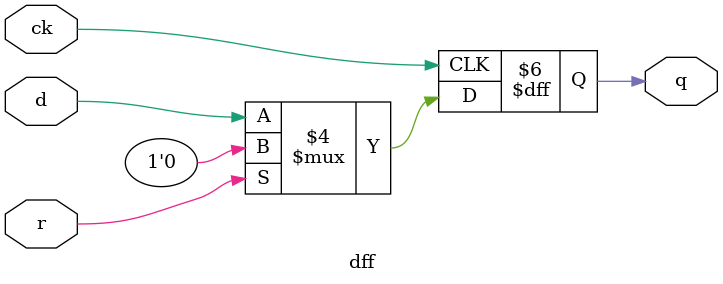
<source format=v>
module dff(d,ck,r,q);
  input d,ck,r;
  output reg q;
  
  always @(posedge ck)
  begin
    if(r==1'b1)
      q<=1'b0;
    else
      q<=d;   
    
    end
endmodule


</source>
